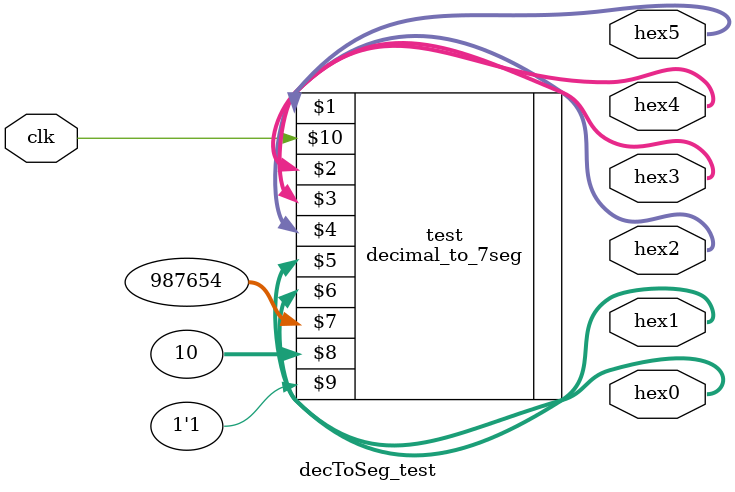
<source format=v>
module decToSeg_test(hex5, hex4, hex3, hex2, hex1, hex0, clk);

output [31:0] hex5, hex4, hex3, hex2, hex1, hex0;
input clk;

decimal_to_7seg test(hex5, hex4, hex3, hex2, hex1, hex0, 32'b11110001001000000110, 32'b00000000000000000000000000001010, 1'b1, clk);

endmodule

</source>
